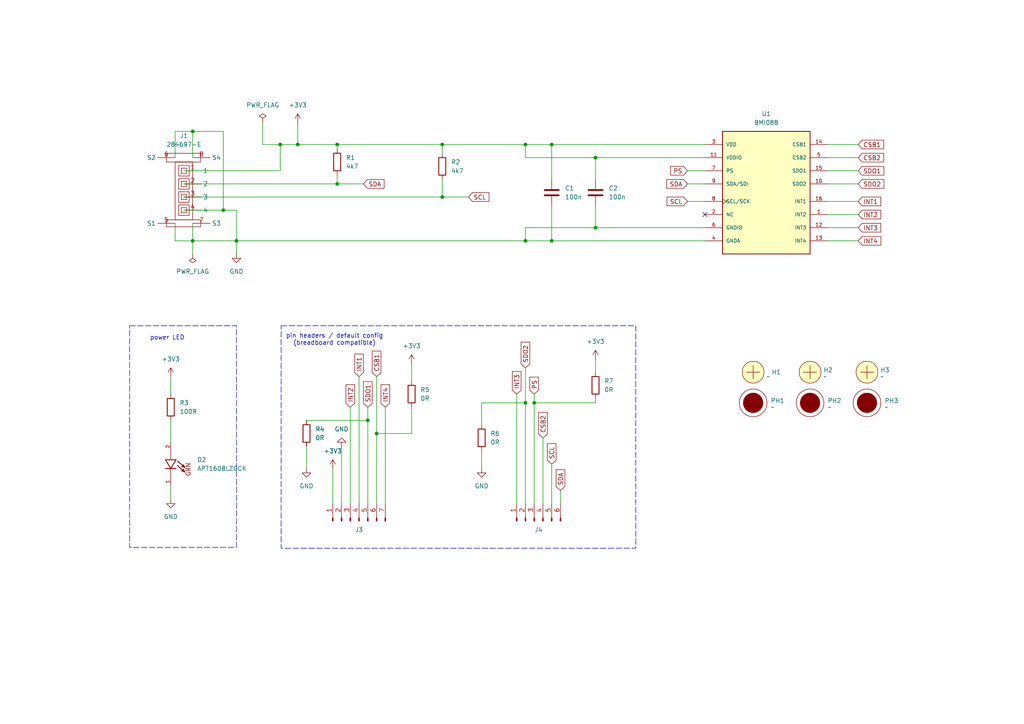
<source format=kicad_sch>
(kicad_sch (version 20250114) (generator "eeschema") (generator_version "9.0")
  (paper "A4")
  (lib_symbols
    (symbol "Connector:Conn_01x06_Pin" (pin_names (offset 1.016) (hide yes))
      (property "Reference" "J" (at 0 7.62 0))
      (property "Value" "Conn_01x06_Pin" (at 0 -10.16 0))
      (symbol "Conn_01x06_Pin_1_1"
        (rectangle (start 0.8636 5.207) (end 0 4.953) (stroke (width 0.1524)) (fill (type outline)))
        (rectangle (start 0.8636 2.667) (end 0 2.413) (stroke (width 0.1524)) (fill (type outline)))
        (rectangle (start 0.8636 0.127) (end 0 -0.127) (stroke (width 0.1524)) (fill (type outline)))
        (rectangle (start 0.8636 -2.413) (end 0 -2.667) (stroke (width 0.1524)) (fill (type outline)))
        (rectangle (start 0.8636 -4.953) (end 0 -5.207) (stroke (width 0.1524)) (fill (type outline)))
        (rectangle (start 0.8636 -7.493) (end 0 -7.747) (stroke (width 0.1524)) (fill (type outline)))
        (polyline (pts (xy 1.27 5.08) (xy 0.8636 5.08)) (stroke (width 0.1524)))
        (polyline (pts (xy 1.27 2.54) (xy 0.8636 2.54)) (stroke (width 0.1524)))
        (polyline (pts (xy 1.27 0) (xy 0.8636 0)) (stroke (width 0.1524)))
        (polyline (pts (xy 1.27 -2.54) (xy 0.8636 -2.54)) (stroke (width 0.1524)))
        (polyline (pts (xy 1.27 -5.08) (xy 0.8636 -5.08)) (stroke (width 0.1524)))
        (polyline (pts (xy 1.27 -7.62) (xy 0.8636 -7.62)) (stroke (width 0.1524)))
        (pin passive line (at 5.08 5.08 180) (length 3.81) (name "Pin_1") (number "1"))
        (pin passive line (at 5.08 2.54 180) (length 3.81) (name "Pin_2") (number "2"))
        (pin passive line (at 5.08 0 180) (length 3.81) (name "Pin_3") (number "3"))
        (pin passive line (at 5.08 -2.54 180) (length 3.81) (name "Pin_4") (number "4"))
        (pin passive line (at 5.08 -5.08 180) (length 3.81) (name "Pin_5") (number "5"))
        (pin passive line (at 5.08 -7.62 180) (length 3.81) (name "Pin_6") (number "6"))
      )
    )
    (symbol "Connector:Conn_01x07_Pin" (pin_names (offset 1.016) (hide yes))
      (property "Reference" "J" (at 0 10.16 0))
      (property "Value" "Conn_01x07_Pin" (at 0 -10.16 0))
      (symbol "Conn_01x07_Pin_1_1"
        (rectangle (start 0.8636 7.747) (end 0 7.493) (stroke (width 0.1524)) (fill (type outline)))
        (rectangle (start 0.8636 5.207) (end 0 4.953) (stroke (width 0.1524)) (fill (type outline)))
        (rectangle (start 0.8636 2.667) (end 0 2.413) (stroke (width 0.1524)) (fill (type outline)))
        (rectangle (start 0.8636 0.127) (end 0 -0.127) (stroke (width 0.1524)) (fill (type outline)))
        (rectangle (start 0.8636 -2.413) (end 0 -2.667) (stroke (width 0.1524)) (fill (type outline)))
        (rectangle (start 0.8636 -4.953) (end 0 -5.207) (stroke (width 0.1524)) (fill (type outline)))
        (rectangle (start 0.8636 -7.493) (end 0 -7.747) (stroke (width 0.1524)) (fill (type outline)))
        (polyline (pts (xy 1.27 7.62) (xy 0.8636 7.62)) (stroke (width 0.1524)))
        (polyline (pts (xy 1.27 5.08) (xy 0.8636 5.08)) (stroke (width 0.1524)))
        (polyline (pts (xy 1.27 2.54) (xy 0.8636 2.54)) (stroke (width 0.1524)))
        (polyline (pts (xy 1.27 0) (xy 0.8636 0)) (stroke (width 0.1524)))
        (polyline (pts (xy 1.27 -2.54) (xy 0.8636 -2.54)) (stroke (width 0.1524)))
        (polyline (pts (xy 1.27 -5.08) (xy 0.8636 -5.08)) (stroke (width 0.1524)))
        (polyline (pts (xy 1.27 -7.62) (xy 0.8636 -7.62)) (stroke (width 0.1524)))
        (pin passive line (at 5.08 7.62 180) (length 3.81) (name "Pin_1") (number "1"))
        (pin passive line (at 5.08 5.08 180) (length 3.81) (name "Pin_2") (number "2"))
        (pin passive line (at 5.08 2.54 180) (length 3.81) (name "Pin_3") (number "3"))
        (pin passive line (at 5.08 0 180) (length 3.81) (name "Pin_4") (number "4"))
        (pin passive line (at 5.08 -2.54 180) (length 3.81) (name "Pin_5") (number "5"))
        (pin passive line (at 5.08 -5.08 180) (length 3.81) (name "Pin_6") (number "6"))
        (pin passive line (at 5.08 -7.62 180) (length 3.81) (name "Pin_7") (number "7"))
      )
    )
    (symbol "Device:C" (pin_numbers (hide yes)) (pin_names (offset 0.254))
      (property "Reference" "C" (at 0.635 2.54 0))
      (property "Value" "C" (at 0.635 -2.54 0))
      (symbol "C_0_1"
        (polyline (pts (xy -2.032 0.762) (xy 2.032 0.762)) (stroke (width 0.508)))
        (polyline (pts (xy -2.032 -0.762) (xy 2.032 -0.762)) (stroke (width 0.508)))
      )
      (symbol "C_1_1"
        (pin passive line (at 0 3.81 270) (length 2.794) (name "~") (number "1"))
        (pin passive line (at 0 -3.81 90) (length 2.794) (name "~") (number "2"))
      )
    )
    (symbol "Device:R" (pin_numbers (hide yes)) (pin_names (offset 0))
      (property "Reference" "R" (at 2.032 0 90))
      (property "Value" "R" (at 0 0 90))
      (symbol "R_0_1"
        (rectangle (start -1.016 -2.54) (end 1.016 2.54) (stroke (width 0.254)))
      )
      (symbol "R_1_1"
        (pin passive line (at 0 3.81 270) (length 1.27) (name "~") (number "1"))
        (pin passive line (at 0 -3.81 90) (length 1.27) (name "~") (number "2"))
      )
    )
    (symbol "Lib:284697-E"
      (property "Reference" "J" (at -4.826 17.018 0))
      (property "Value" "284697-E" (at -4.826 14.478 0))
      (symbol "284697-E_0_1"
        (rectangle (start -5.08 11.43) (end 4.826 8.89))
        (rectangle (start -5.08 -7.874) (end 4.826 -9.906))
        (rectangle (start -2.54 8.89) (end 2.54 -7.874))
        (rectangle (start -1.524 7.874) (end 1.524 4.826))
        (rectangle (start -1.524 4.064) (end 1.524 1.016))
        (rectangle (start -1.524 0.254) (end 1.524 -2.794))
        (rectangle (start -1.524 -3.556) (end 1.524 -6.604))
        (rectangle (start -0.762 7.112) (end 0.762 5.588))
        (rectangle (start -0.762 3.302) (end 0.762 1.778))
        (rectangle (start -0.762 -0.508) (end 0.762 -2.032))
        (rectangle (start -0.762 -4.318) (end 0.762 -5.842))
      )
      (symbol "284697-E_1_1"
        (pin passive line (at -2.54 10.16 180) (length 5.08) (name "S2") (number "6"))
        (pin passive line (at -2.54 -8.89 180) (length 5.08) (name "S1") (number "5"))
        (pin passive line (at 0 6.35 0) (length 5.08) (name "1") (number "1"))
        (pin passive line (at 0 2.54 0) (length 5.08) (name "2") (number "2"))
        (pin passive line (at 0 -1.27 0) (length 5.08) (name "3") (number "3"))
        (pin passive line (at 0 -5.08 0) (length 5.08) (name "4") (number "4"))
        (pin passive line (at 2.54 10.16 0) (length 5.08) (name "S4") (number "8"))
        (pin passive line (at 2.54 -8.89 0) (length 5.08) (name "S3") (number "7"))
      )
    )
    (symbol "Lib:APT1608LZGCK" (pin_names (offset 1.016))
      (property "Reference" "D" (at -3.0988 4.4958 0))
      (property "Value" "APT1608LZGCK" (at -3.556 -3.302 0))
      (symbol "APT1608LZGCK_0_0"
        (polyline (pts (xy -2.54 1.524) (xy -2.54 -1.524)) (stroke (width 0.254)))
        (polyline (pts (xy -2.54 0) (xy -5.08 0)) (stroke (width 0.1524)))
        (polyline (pts (xy -2.54 -1.524) (xy 0 0)) (stroke (width 0.254)))
        (polyline (pts (xy -1.143 3.683) (xy -0.5715 3.175) (xy -0.1905 4.191) (xy -1.143 3.683)) (stroke (width 0.1524)) (fill (type outline)))
        (polyline (pts (xy -0.3556 4.0386) (xy -2.1336 2.0066)) (stroke (width 0.254)))
        (polyline (pts (xy 0 1.524) (xy 0 0)) (stroke (width 0.254)))
        (polyline (pts (xy 0 0) (xy -2.54 1.524)) (stroke (width 0.254)))
        (polyline (pts (xy 0 0) (xy 0 -1.524)) (stroke (width 0.254)))
        (polyline (pts (xy 0.127 3.6195) (xy 0.6985 3.1115) (xy 1.0795 4.191) (xy 0.127 3.6195)) (stroke (width 0.1524)) (fill (type outline)))
        (polyline (pts (xy 0.889 3.937) (xy -0.889 1.905)) (stroke (width 0.254)))
        (polyline (pts (xy 2.54 0) (xy 0 0)) (stroke (width 0.1524)))
        (pin passive line (at -7.62 0 0) (length 2.54) (name "~") (number "2"))
        (pin passive line (at 5.08 0 180) (length 2.54) (name "~") (number "1"))
      )
      (symbol "APT1608LZGCK_1_1"
        (text "GRN" (at 0.254 5.08 0) (effects (font (size 1.27 1.27))))
      )
    )
    (symbol "Lib:BMI088" (pin_names (offset 1.016))
      (property "Reference" "U" (at -0.762 20.828 0))
      (property "Value" "BMI088" (at -3.81 18.288 0))
      (symbol "BMI088_0_0"
        (rectangle (start -12.7 16.51) (end 12.7 -19.05) (stroke (width 0.254)) (fill (type background)))
        (pin power_in line (at -17.78 12.7 0) (length 5.08) (name "VDD") (number "3"))
        (pin power_in line (at -17.78 8.89 0) (length 5.08) (name "VDDIO") (number "11"))
        (pin input line (at -17.78 5.08 0) (length 5.08) (name "PS") (number "7"))
        (pin bidirectional line (at -17.78 1.27 0) (length 5.08) (name "SDA/SDI") (number "9"))
        (pin input clock (at -17.78 -3.81 0) (length 5.08) (name "SCL/SCK") (number "8"))
        (pin passive line (at -17.78 -7.62 0) (length 5.08) (name "NC") (number "2"))
        (pin power_in line (at -17.78 -11.43 0) (length 5.08) (name "GNDIO") (number "6"))
        (pin power_in line (at -17.78 -15.24 0) (length 5.08) (name "GNDA") (number "4"))
        (pin input line (at 17.78 12.7 180) (length 5.08) (name "CSB1") (number "14"))
        (pin input line (at 17.78 8.89 180) (length 5.08) (name "CSB2") (number "5"))
        (pin output line (at 17.78 5.08 180) (length 5.08) (name "SDO1") (number "15"))
        (pin output line (at 17.78 1.27 180) (length 5.08) (name "SDO2") (number "10"))
        (pin bidirectional line (at 17.78 -3.81 180) (length 5.08) (name "INT1") (number "16"))
        (pin bidirectional line (at 17.78 -7.62 180) (length 5.08) (name "INT2") (number "1"))
        (pin bidirectional line (at 17.78 -11.43 180) (length 5.08) (name "INT3") (number "12"))
        (pin bidirectional line (at 17.78 -15.24 180) (length 5.08) (name "INT4") (number "13"))
      )
    )
    (symbol "Lib:Screw"
      (property "Reference" "H" (at 4.318 0 0))
      (symbol "Screw_0_1"
        (polyline (pts (xy -1.905 0) (xy 1.905 0)))
        (polyline (pts (xy 0 1.905) (xy 0 -1.905)))
        (circle (center 0 0) (radius 3.175) (fill (type background)))
      )
    )
    (symbol "Lib:Via_Screw"
      (property "Reference" "PH" (at 0 5.08 0))
      (symbol "Via_Screw_0_1"
        (circle (center 0 0) (radius 2.8398) (fill (type outline)))
        (circle (center 0 0) (radius 4.0161))
      )
    )
    (symbol "power:+3V3" (power) (pin_numbers (hide yes)) (pin_names (offset 0) (hide yes))
      (property "Value" "+3V3" (at 0 3.556 0))
      (symbol "+3V3_0_1"
        (polyline (pts (xy -0.762 1.27) (xy 0 2.54)))
        (polyline (pts (xy 0 2.54) (xy 0.762 1.27)))
        (polyline (pts (xy 0 0) (xy 0 2.54)))
      )
      (symbol "+3V3_1_1"
        (pin power_in line (at 0 0 90) (length 0) (name "~") (number "1"))
      )
    )
    (symbol "power:GND" (power) (pin_numbers (hide yes)) (pin_names (offset 0) (hide yes))
      (property "Value" "GND" (at 0 -3.81 0))
      (symbol "GND_0_1"
        (polyline (pts (xy 0 0) (xy 0 -1.27) (xy 1.27 -1.27) (xy 0 -2.54) (xy -1.27 -1.27) (xy 0 -1.27)))
      )
      (symbol "GND_1_1"
        (pin power_in line (at 0 0 270) (length 0) (name "~") (number "1"))
      )
    )
    (symbol "power:PWR_FLAG" (power) (pin_numbers (hide yes)) (pin_names (offset 0) (hide yes))
      (property "Value" "PWR_FLAG" (at 0 3.81 0))
      (symbol "PWR_FLAG_0_0"
        (pin power_out line (at 0 0 90) (length 0) (name "~") (number "1"))
      )
      (symbol "PWR_FLAG_0_1"
        (polyline (pts (xy 0 0) (xy 0 1.27) (xy -1.016 1.905) (xy 0 2.54) (xy 1.016 1.905) (xy 0 1.27)))
      )
    )
  )
  (rectangle (start 37.592 94.488) (end 68.58 158.75) (stroke (width 0) (type dash)))
  (rectangle (start 81.534 94.488) (end 184.404 159.004) (stroke (width 0) (type dash)))
  (text "pin headers / default config\n(breadboard compatible)" (at 97.028 98.552 0) (effects (font (size 1.27 1.27))))
  (text "power LED\n" (at 48.514 98.044 0) (effects (font (size 1.27 1.27))))
  (junction (at 81.28 41.91))
  (junction (at 86.36 41.91))
  (junction (at 55.88 38.1))
  (junction (at 64.77 60.96))
  (junction (at 106.68 121.92))
  (junction (at 97.79 53.34))
  (junction (at 172.72 45.72))
  (junction (at 172.72 66.04))
  (junction (at 152.4 69.85))
  (junction (at 109.22 125.73))
  (junction (at 68.58 69.85))
  (junction (at 160.02 41.91))
  (junction (at 160.02 69.85))
  (junction (at 128.27 57.15))
  (junction (at 152.4 41.91))
  (junction (at 55.88 69.85))
  (junction (at 154.94 116.84))
  (junction (at 152.4 116.84))
  (junction (at 128.27 41.91))
  (junction (at 97.79 41.91))
  (no_connect (at 204.47 62.23))
  (wire (pts (xy 149.86 114.3) (xy 149.86 146.05)))
  (wire (pts (xy 64.77 38.1) (xy 64.77 60.96)))
  (wire (pts (xy 128.27 57.15) (xy 128.27 52.07)))
  (wire (pts (xy 240.03 58.42) (xy 248.92 58.42)))
  (wire (pts (xy 109.22 125.73) (xy 109.22 146.05)))
  (wire (pts (xy 152.4 45.72) (xy 172.72 45.72)))
  (wire (pts (xy 81.28 41.91) (xy 81.28 49.53)))
  (wire (pts (xy 240.03 49.53) (xy 248.92 49.53)))
  (wire (pts (xy 53.34 49.53) (xy 81.28 49.53)))
  (wire (pts (xy 152.4 69.85) (xy 152.4 66.04)))
  (wire (pts (xy 119.38 105.41) (xy 119.38 110.49)))
  (wire (pts (xy 101.6 118.11) (xy 101.6 146.05)))
  (wire (pts (xy 55.88 38.1) (xy 64.77 38.1)))
  (wire (pts (xy 106.68 121.92) (xy 106.68 146.05)))
  (wire (pts (xy 162.56 142.24) (xy 162.56 146.05)))
  (wire (pts (xy 128.27 44.45) (xy 128.27 41.91)))
  (wire (pts (xy 50.8 38.1) (xy 50.8 45.72)))
  (wire (pts (xy 160.02 59.69) (xy 160.02 69.85)))
  (wire (pts (xy 99.06 129.54) (xy 99.06 146.05)))
  (wire (pts (xy 119.38 118.11) (xy 119.38 125.73)))
  (wire (pts (xy 240.03 53.34) (xy 248.92 53.34)))
  (wire (pts (xy 106.68 118.11) (xy 106.68 121.92)))
  (wire (pts (xy 152.4 116.84) (xy 152.4 146.05)))
  (wire (pts (xy 154.94 114.3) (xy 154.94 116.84)))
  (wire (pts (xy 172.72 45.72) (xy 172.72 52.07)))
  (wire (pts (xy 199.39 53.34) (xy 204.47 53.34)))
  (wire (pts (xy 97.79 53.34) (xy 105.41 53.34)))
  (wire (pts (xy 53.34 60.96) (xy 64.77 60.96)))
  (wire (pts (xy 160.02 69.85) (xy 204.47 69.85)))
  (wire (pts (xy 172.72 104.14) (xy 172.72 107.95)))
  (wire (pts (xy 152.4 66.04) (xy 172.72 66.04)))
  (wire (pts (xy 139.7 130.81) (xy 139.7 135.89)))
  (wire (pts (xy 240.03 62.23) (xy 248.92 62.23)))
  (wire (pts (xy 81.28 41.91) (xy 86.36 41.91)))
  (wire (pts (xy 204.47 45.72) (xy 172.72 45.72)))
  (wire (pts (xy 76.2 35.56) (xy 76.2 41.91)))
  (wire (pts (xy 240.03 45.72) (xy 248.92 45.72)))
  (wire (pts (xy 160.02 134.62) (xy 160.02 146.05)))
  (wire (pts (xy 199.39 58.42) (xy 204.47 58.42)))
  (wire (pts (xy 128.27 57.15) (xy 135.89 57.15)))
  (wire (pts (xy 88.9 121.92) (xy 106.68 121.92)))
  (wire (pts (xy 104.14 109.22) (xy 104.14 146.05)))
  (wire (pts (xy 68.58 69.85) (xy 68.58 73.66)))
  (wire (pts (xy 49.53 109.22) (xy 49.53 114.3)))
  (wire (pts (xy 172.72 59.69) (xy 172.72 66.04)))
  (wire (pts (xy 53.34 53.34) (xy 97.79 53.34)))
  (wire (pts (xy 50.8 38.1) (xy 55.88 38.1)))
  (wire (pts (xy 160.02 41.91) (xy 204.47 41.91)))
  (wire (pts (xy 53.34 57.15) (xy 128.27 57.15)))
  (wire (pts (xy 86.36 35.56) (xy 86.36 41.91)))
  (wire (pts (xy 64.77 60.96) (xy 68.58 60.96)))
  (wire (pts (xy 97.79 50.8) (xy 97.79 53.34)))
  (wire (pts (xy 50.8 69.85) (xy 55.88 69.85)))
  (wire (pts (xy 199.39 49.53) (xy 204.47 49.53)))
  (wire (pts (xy 76.2 41.91) (xy 81.28 41.91)))
  (wire (pts (xy 157.48 127) (xy 157.48 146.05)))
  (wire (pts (xy 240.03 66.04) (xy 248.92 66.04)))
  (wire (pts (xy 50.8 64.77) (xy 50.8 69.85)))
  (wire (pts (xy 152.4 45.72) (xy 152.4 41.91)))
  (wire (pts (xy 152.4 41.91) (xy 160.02 41.91)))
  (wire (pts (xy 49.53 140.97) (xy 49.53 144.78)))
  (wire (pts (xy 240.03 41.91) (xy 248.92 41.91)))
  (wire (pts (xy 97.79 41.91) (xy 128.27 41.91)))
  (wire (pts (xy 109.22 125.73) (xy 119.38 125.73)))
  (wire (pts (xy 152.4 106.68) (xy 152.4 116.84)))
  (wire (pts (xy 172.72 115.57) (xy 172.72 116.84)))
  (wire (pts (xy 49.53 121.92) (xy 49.53 128.27)))
  (wire (pts (xy 55.88 64.77) (xy 55.88 69.85)))
  (wire (pts (xy 55.88 69.85) (xy 68.58 69.85)))
  (wire (pts (xy 139.7 116.84) (xy 152.4 116.84)))
  (wire (pts (xy 55.88 38.1) (xy 55.88 45.72)))
  (wire (pts (xy 240.03 69.85) (xy 248.92 69.85)))
  (wire (pts (xy 128.27 41.91) (xy 152.4 41.91)))
  (wire (pts (xy 86.36 41.91) (xy 97.79 41.91)))
  (wire (pts (xy 109.22 109.22) (xy 109.22 125.73)))
  (wire (pts (xy 68.58 69.85) (xy 152.4 69.85)))
  (wire (pts (xy 88.9 129.54) (xy 88.9 135.89)))
  (wire (pts (xy 160.02 41.91) (xy 160.02 52.07)))
  (wire (pts (xy 55.88 69.85) (xy 55.88 73.66)))
  (wire (pts (xy 172.72 66.04) (xy 204.47 66.04)))
  (wire (pts (xy 68.58 60.96) (xy 68.58 69.85)))
  (wire (pts (xy 97.79 43.18) (xy 97.79 41.91)))
  (wire (pts (xy 111.76 118.11) (xy 111.76 146.05)))
  (wire (pts (xy 154.94 116.84) (xy 154.94 146.05)))
  (wire (pts (xy 154.94 116.84) (xy 172.72 116.84)))
  (wire (pts (xy 152.4 69.85) (xy 160.02 69.85)))
  (wire (pts (xy 96.52 135.89) (xy 96.52 146.05)))
  (wire (pts (xy 139.7 123.19) (xy 139.7 116.84)))
  (global_label "INT1" (shape input) (at 104.14 109.22 90) (property "Intersheetrefs" "${INTERSHEET_REFS}" (effects (hide yes))))
  (global_label "SDA" (shape input) (at 105.41 53.34 0) (property "Intersheetrefs" "${INTERSHEET_REFS}" (effects (hide yes))))
  (global_label "SDO2" (shape input) (at 152.4 106.68 90) (property "Intersheetrefs" "${INTERSHEET_REFS}" (effects (hide yes))))
  (global_label "INT2" (shape input) (at 248.92 62.23 0) (property "Intersheetrefs" "${INTERSHEET_REFS}" (effects (hide yes))))
  (global_label "SDO2" (shape input) (at 248.92 53.34 0) (property "Intersheetrefs" "${INTERSHEET_REFS}" (effects (hide yes))))
  (global_label "PS" (shape input) (at 154.94 114.3 90) (property "Intersheetrefs" "${INTERSHEET_REFS}" (effects (hide yes))))
  (global_label "PS" (shape input) (at 199.39 49.53 180) (property "Intersheetrefs" "${INTERSHEET_REFS}" (effects (hide yes))))
  (global_label "CSB1" (shape input) (at 109.22 109.22 90) (property "Intersheetrefs" "${INTERSHEET_REFS}" (effects (hide yes))))
  (global_label "SDO1" (shape input) (at 248.92 49.53 0) (property "Intersheetrefs" "${INTERSHEET_REFS}" (effects (hide yes))))
  (global_label "SDA" (shape input) (at 199.39 53.34 180) (property "Intersheetrefs" "${INTERSHEET_REFS}" (effects (hide yes))))
  (global_label "SCL" (shape input) (at 199.39 58.42 180) (property "Intersheetrefs" "${INTERSHEET_REFS}" (effects (hide yes))))
  (global_label "INT4" (shape input) (at 111.76 118.11 90) (property "Intersheetrefs" "${INTERSHEET_REFS}" (effects (hide yes))))
  (global_label "INT3" (shape input) (at 149.86 114.3 90) (property "Intersheetrefs" "${INTERSHEET_REFS}" (effects (hide yes))))
  (global_label "INT2" (shape input) (at 101.6 118.11 90) (property "Intersheetrefs" "${INTERSHEET_REFS}" (effects (hide yes))))
  (global_label "CSB2" (shape input) (at 157.48 127 90) (property "Intersheetrefs" "${INTERSHEET_REFS}" (effects (hide yes))))
  (global_label "INT3" (shape input) (at 248.92 66.04 0) (property "Intersheetrefs" "${INTERSHEET_REFS}" (effects (hide yes))))
  (global_label "SDA" (shape input) (at 162.56 142.24 90) (property "Intersheetrefs" "${INTERSHEET_REFS}" (effects (hide yes))))
  (global_label "SDO1" (shape input) (at 106.68 118.11 90) (property "Intersheetrefs" "${INTERSHEET_REFS}" (effects (hide yes))))
  (global_label "SCL" (shape input) (at 160.02 134.62 90) (property "Intersheetrefs" "${INTERSHEET_REFS}" (effects (hide yes))))
  (global_label "CSB1" (shape input) (at 248.92 41.91 0) (property "Intersheetrefs" "${INTERSHEET_REFS}" (effects (hide yes))))
  (global_label "SCL" (shape input) (at 135.89 57.15 0) (property "Intersheetrefs" "${INTERSHEET_REFS}" (effects (hide yes))))
  (global_label "INT4" (shape input) (at 248.92 69.85 0) (property "Intersheetrefs" "${INTERSHEET_REFS}" (effects (hide yes))))
  (global_label "CSB2" (shape input) (at 248.92 45.72 0) (property "Intersheetrefs" "${INTERSHEET_REFS}" (effects (hide yes))))
  (global_label "INT1" (shape input) (at 248.92 58.42 0) (property "Intersheetrefs" "${INTERSHEET_REFS}" (effects (hide yes))))
  (symbol (lib_id "Lib:Screw") (at 234.95 107.95 0) (unit 1)
    (property "Reference" "H2" (at 238.76 107.3149 0) (effects (justify left)))
    (property "Value" "~" (at 238.76 109.22 0) (effects (justify left)))
  )
  (symbol (lib_id "power:GND") (at 99.06 129.54 180) (unit 1)
    (property "Reference" "#PWR06" (effects (hide yes)))
    (property "Value" "GND" (at 99.06 124.46 0))
    (property "Description" "Power symbol creates a global label with name \"GND\" , ground" (effects (hide yes)))
  )
  (symbol (lib_id "power:GND") (at 49.53 144.78 0) (unit 1)
    (property "Reference" "#PWR010" (effects (hide yes)))
    (property "Value" "GND" (at 49.53 149.86 0))
    (property "Description" "Power symbol creates a global label with name \"GND\" , ground" (effects (hide yes)))
  )
  (symbol (lib_id "power:+3V3") (at 96.52 135.89 0) (unit 1)
    (property "Reference" "#PWR08" (effects (hide yes)))
    (property "Value" "+3V3" (at 96.52 130.81 0))
    (property "Description" "Power symbol creates a global label with name \"+3V3\"" (effects (hide yes)))
  )
  (symbol (lib_id "Connector:Conn_01x06_Pin") (at 154.94 151.13 90) (unit 1)
    (property "Reference" "J4" (at 156.21 153.67 90))
    (property "Value" "Conn_01x06_Pin" (effects (hide yes)))
    (property "Footprint" "Connector_PinHeader_2.00mm:PinHeader_1x06_P2.00mm_Vertical" (effects (hide yes)))
    (property "Description" "Generic connector, single row, 01x06, script generated" (effects (hide yes)))
  )
  (symbol (lib_id "Device:R") (at 88.9 125.73 0) (unit 1)
    (property "Reference" "R4" (at 91.44 124.4599 0) (effects (justify left)))
    (property "Value" "0R" (at 91.44 126.9999 0) (effects (justify left)))
    (property "Footprint" "Resistor_SMD:R_0402_1005Metric" (effects (hide yes)))
    (property "Description" "Resistor" (effects (hide yes)))
  )
  (symbol (lib_id "power:+3V3") (at 86.36 35.56 0) (unit 1)
    (property "Reference" "#PWR01" (effects (hide yes)))
    (property "Value" "+3V3" (at 86.36 30.48 0))
    (property "Description" "Power symbol creates a global label with name \"+3V3\"" (effects (hide yes)))
  )
  (symbol (lib_id "power:GND") (at 68.58 73.66 0) (unit 1)
    (property "Reference" "#PWR02" (effects (hide yes)))
    (property "Value" "GND" (at 68.58 78.74 0))
    (property "Description" "Power symbol creates a global label with name \"GND\" , ground" (effects (hide yes)))
  )
  (symbol (lib_id "Device:R") (at 139.7 127 0) (unit 1)
    (property "Reference" "R6" (at 142.24 125.7299 0) (effects (justify left)))
    (property "Value" "0R" (at 142.24 128.2699 0) (effects (justify left)))
    (property "Footprint" "Resistor_SMD:R_0402_1005Metric" (effects (hide yes)))
    (property "Description" "Resistor" (effects (hide yes)))
  )
  (symbol (lib_id "power:GND") (at 139.7 135.89 0) (unit 1)
    (property "Reference" "#PWR09" (effects (hide yes)))
    (property "Value" "GND" (at 139.7 140.97 0))
    (property "Description" "Power symbol creates a global label with name \"GND\" , ground" (effects (hide yes)))
  )
  (symbol (lib_id "Lib:Via_Screw") (at 234.95 116.84 0) (unit 1)
    (property "Reference" "PH2" (at 240.03 116.2049 0) (effects (justify left)))
    (property "Value" "~" (at 240.03 118.11 0) (effects (justify left)))
  )
  (symbol (lib_id "Lib:284697-E") (at 53.34 55.88 0) (unit 1)
    (property "Reference" "J1" (at 53.34 39.37 0))
    (property "Value" "284697-E" (at 53.34 41.91 0))
    (property "Footprint" "Lib_footprint:284697E" (effects (hide yes)))
    (property "Datasheet" "https://www.te.com/commerce/DocumentDelivery/DDEController?Action=showdoc&DocId=Customer+Drawing%7F284697-E%7FF%7Fpdf%7FEnglish%7FENG_CD_284697-E_F.pdf%7F284697-E" (effects (hide yes)))
    (property "Description" "PCB Mount Header, Vertical, Cable-to-Board, 4 Position, 1.27 mm [.05 in] Centerline, Fully Shrouded, Gold (Au), Surface Mount, ERNI MiniBridge" (effects (hide yes)))
    (property "Height" "6.1" (effects (hide yes)))
    (property "Mouser Part Number" "305-284697" (effects (hide yes)))
    (property "Mouser Price/Stock" "https://www.mouser.co.uk/ProductDetail/TE-Connectivity-ERNI/284697-E?qs=t7xnP681wgXF7Zyqlk%252B7cQ%3D%3D" (effects (hide yes)))
    (property "Manufacturer_Name" "TE Connectivity" (effects (hide yes)))
    (property "Manufacturer_Part_Number" "284697-E" (effects (hide yes)))
  )
  (symbol (lib_id "Connector:Conn_01x07_Pin") (at 104.14 151.13 90) (unit 1)
    (property "Reference" "J3" (at 104.14 153.67 90))
    (property "Value" "Conn_01x07_Pin" (effects (hide yes)))
    (property "Footprint" "Connector_PinHeader_2.00mm:PinHeader_1x07_P2.00mm_Vertical" (effects (hide yes)))
    (property "Description" "Generic connector, single row, 01x07, script generated" (effects (hide yes)))
  )
  (symbol (lib_id "Lib:Via_Screw") (at 218.44 116.84 0) (unit 1)
    (property "Reference" "PH1" (at 223.52 116.2049 0) (effects (justify left)))
    (property "Value" "~" (at 223.52 118.11 0) (effects (justify left)))
  )
  (symbol (lib_id "Device:R") (at 97.79 46.99 0) (unit 1)
    (property "Reference" "R1" (at 100.33 45.7199 0) (effects (justify left)))
    (property "Value" "4k7" (at 100.33 48.2599 0) (effects (justify left)))
    (property "Footprint" "Resistor_SMD:R_0402_1005Metric" (effects (hide yes)))
    (property "Description" "Resistor" (effects (hide yes)))
  )
  (symbol (lib_id "Lib:BMI088") (at 222.25 54.61 0) (unit 1)
    (property "Reference" "U1" (at 222.25 33.02 0))
    (property "Value" "BMI088" (at 222.25 35.56 0))
    (property "Footprint" "Lib_footprint:PQFN50P450X300X100-16N" (effects (hide yes)))
    (property "Description" "Accelerometer, Gyroscope, 6 Axis Sensor I²C, SPI Output" (effects (hide yes)))
    (property "MF" "Bosch Sensortec" (effects (hide yes)))
    (property "PURCHASE-URL" "https://pricing.snapeda.com/search/part/BMI088/?ref=eda" (effects (hide yes)))
    (property "PACKAGE" "VFLGA-16 Bosch Sensortec" (effects (hide yes)))
    (property "PRICE" "None" (effects (hide yes)))
    (property "Package" "VFLGA-16 Bosch Sensortec" (effects (hide yes)))
    (property "Check_prices" "https://www.snapeda.com/parts/BMI088/Bosch/view-part/?ref=eda" (effects (hide yes)))
    (property "Price" "None" (effects (hide yes)))
    (property "SnapEDA_Link" "https://www.snapeda.com/parts/BMI088/Bosch/view-part/?ref=snap" (effects (hide yes)))
    (property "MP" "BMI088" (effects (hide yes)))
    (property "Description_1" "Accelerometer, Gyroscope, 6 Axis Sensor I2C, SPI Output" (effects (hide yes)))
    (property "Availability" "In Stock" (effects (hide yes)))
    (property "AVAILABILITY" "In Stock" (effects (hide yes)))
  )
  (symbol (lib_id "Lib:Via_Screw") (at 251.46 116.84 0) (unit 1)
    (property "Reference" "PH3" (at 256.54 116.2049 0) (effects (justify left)))
    (property "Value" "~" (at 256.54 118.11 0) (effects (justify left)))
  )
  (symbol (lib_id "power:GND") (at 88.9 135.89 0) (unit 1)
    (property "Reference" "#PWR07" (effects (hide yes)))
    (property "Value" "GND" (at 88.9 140.97 0))
    (property "Description" "Power symbol creates a global label with name \"GND\" , ground" (effects (hide yes)))
  )
  (symbol (lib_id "Lib:Screw") (at 251.46 107.95 0) (unit 1)
    (property "Reference" "H3" (at 255.27 107.3149 0) (effects (justify left)))
    (property "Value" "~" (at 255.27 109.22 0) (effects (justify left)))
  )
  (symbol (lib_id "Device:R") (at 172.72 111.76 0) (unit 1)
    (property "Reference" "R7" (at 175.26 110.4899 0) (effects (justify left)))
    (property "Value" "0R" (at 175.26 113.0299 0) (effects (justify left)))
    (property "Footprint" "Resistor_SMD:R_0402_1005Metric" (effects (hide yes)))
    (property "Description" "Resistor" (effects (hide yes)))
  )
  (symbol (lib_id "power:PWR_FLAG") (at 55.88 73.66 180) (unit 1)
    (property "Reference" "#FLG02" (effects (hide yes)))
    (property "Value" "PWR_FLAG" (at 55.88 78.74 0))
    (property "Description" "Special symbol for telling ERC where power comes from" (effects (hide yes)))
  )
  (symbol (lib_id "power:PWR_FLAG") (at 76.2 35.56 0) (unit 1)
    (property "Reference" "#FLG01" (effects (hide yes)))
    (property "Value" "PWR_FLAG" (at 76.2 30.48 0))
    (property "Description" "Special symbol for telling ERC where power comes from" (effects (hide yes)))
  )
  (symbol (lib_id "Lib:Screw") (at 218.44 107.95 0) (unit 1)
    (property "Reference" "H1" (at 223.774 107.95 0) (effects (justify left)))
    (property "Value" "~" (at 222.25 109.22 0) (effects (justify left)))
  )
  (symbol (lib_id "Device:R") (at 49.53 118.11 0) (unit 1)
    (property "Reference" "R3" (at 52.07 116.8399 0) (effects (justify left)))
    (property "Value" "100R" (at 52.07 119.3799 0) (effects (justify left)))
    (property "Footprint" "Resistor_SMD:R_0402_1005Metric" (effects (hide yes)))
    (property "Description" "Resistor" (effects (hide yes)))
  )
  (symbol (lib_id "Lib:APT1608LZGCK") (at 49.53 135.89 270) (unit 1)
    (property "Reference" "D2" (at 57.15 133.3499 90) (effects (justify left)))
    (property "Value" "APT1608LZGCK" (at 57.15 135.8899 90) (effects (justify left)))
    (property "Footprint" "Lib_footprint:LED_APT1608LZGCK" (effects (hide yes)))
    (property "PARTREV" "V.20B" (effects (hide yes)))
    (property "STANDARD" "Manufacturer Recommendations" (effects (hide yes)))
    (property "MAXIMUM_PACKAGE_HEIGHT" "0.75mm" (effects (hide yes)))
    (property "MANUFACTURER" "Kingbright" (effects (hide yes)))
  )
  (symbol (lib_id "Device:R") (at 128.27 48.26 0) (unit 1)
    (property "Reference" "R2" (at 130.81 46.9899 0) (effects (justify left)))
    (property "Value" "4k7" (at 130.81 49.5299 0) (effects (justify left)))
    (property "Footprint" "Resistor_SMD:R_0402_1005Metric" (effects (hide yes)))
    (property "Description" "Resistor" (effects (hide yes)))
  )
  (symbol (lib_id "Device:C") (at 172.72 55.88 0) (unit 1)
    (property "Reference" "C2" (at 176.53 54.6099 0) (effects (justify left)))
    (property "Value" "100n" (at 176.53 57.1499 0) (effects (justify left)))
    (property "Footprint" "Capacitor_SMD:C_0402_1005Metric_Pad0.74x0.62mm_HandSolder" (effects (hide yes)))
    (property "Description" "Unpolarized capacitor" (effects (hide yes)))
  )
  (symbol (lib_id "power:+3V3") (at 49.53 109.22 0) (unit 1)
    (property "Reference" "#PWR05" (effects (hide yes)))
    (property "Value" "+3V3" (at 49.53 104.14 0))
    (property "Description" "Power symbol creates a global label with name \"+3V3\"" (effects (hide yes)))
  )
  (symbol (lib_id "power:+3V3") (at 172.72 104.14 0) (unit 1)
    (property "Reference" "#PWR03" (effects (hide yes)))
    (property "Value" "+3V3" (at 172.72 99.06 0))
    (property "Description" "Power symbol creates a global label with name \"+3V3\"" (effects (hide yes)))
  )
  (symbol (lib_id "Device:C") (at 160.02 55.88 0) (unit 1)
    (property "Reference" "C1" (at 163.83 54.6099 0) (effects (justify left)))
    (property "Value" "100n" (at 163.83 57.1499 0) (effects (justify left)))
    (property "Footprint" "Capacitor_SMD:C_0402_1005Metric_Pad0.74x0.62mm_HandSolder" (effects (hide yes)))
    (property "Description" "Unpolarized capacitor" (effects (hide yes)))
  )
  (symbol (lib_id "Device:R") (at 119.38 114.3 0) (unit 1)
    (property "Reference" "R5" (at 121.92 113.0299 0) (effects (justify left)))
    (property "Value" "0R" (at 121.92 115.5699 0) (effects (justify left)))
    (property "Footprint" "Resistor_SMD:R_0402_1005Metric" (effects (hide yes)))
    (property "Description" "Resistor" (effects (hide yes)))
  )
  (symbol (lib_id "power:+3V3") (at 119.38 105.41 0) (unit 1)
    (property "Reference" "#PWR04" (effects (hide yes)))
    (property "Value" "+3V3" (at 119.38 100.33 0))
    (property "Description" "Power symbol creates a global label with name \"+3V3\"" (effects (hide yes)))
  )
)
</source>
